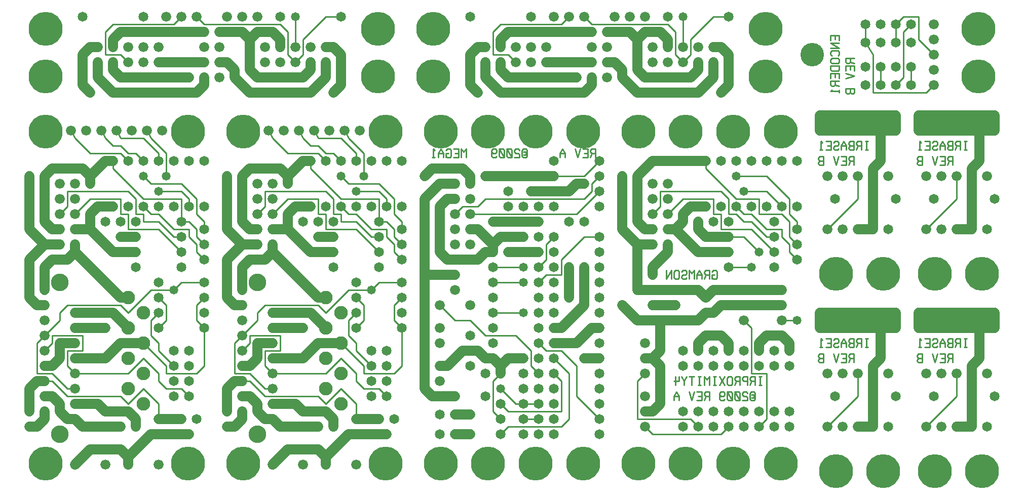
<source format=gbl>
%MOIN*%
%FSLAX25Y25*%
G04 D10 used for Character Trace; *
G04     Circle (OD=.01000) (No hole)*
G04 D11 used for Power Trace; *
G04     Circle (OD=.06500) (No hole)*
G04 D12 used for Signal Trace; *
G04     Circle (OD=.01100) (No hole)*
G04 D13 used for Via; *
G04     Circle (OD=.05800) (Round. Hole ID=.02800)*
G04 D14 used for Component hole; *
G04     Circle (OD=.06500) (Round. Hole ID=.03500)*
G04 D15 used for Component hole; *
G04     Circle (OD=.06600) (Round. Hole ID=.04200)*
G04 D16 used for Component hole; *
G04     Circle (OD=.08200) (Round. Hole ID=.05200)*
G04 D17 used for Component hole; *
G04     Circle (OD=.08950) (Round. Hole ID=.05950)*
G04 D18 used for Component hole; *
G04     Circle (OD=.11600) (Round. Hole ID=.08600)*
G04 D19 used for Component hole; *
G04     Circle (OD=.15500) (Round. Hole ID=.12500)*
G04 D20 used for Component hole; *
G04     Circle (OD=.18200) (Round. Hole ID=.15200)*
G04 D21 used for Component hole; *
G04     Circle (OD=.22350) (Round. Hole ID=.19350)*
%ADD10C,.01000*%
%ADD11C,.06500*%
%ADD12C,.01100*%
%ADD13C,.05800*%
%ADD14C,.06500*%
%ADD15C,.06600*%
%ADD16C,.08200*%
%ADD17C,.08950*%
%ADD18C,.11600*%
%ADD19C,.15500*%
%ADD20C,.18200*%
%ADD21C,.22350*%
%IPPOS*%
%LPD*%
G90*X0Y0D02*D21*X15625Y20625D03*D15*              
X35000Y20000D03*D11*X45000Y30000D01*X65000D01*    
X70000Y25000D01*Y20000D01*D15*D03*D11*Y25000D02*  
X85000Y40000D01*X90000D01*D14*D03*D11*X110000D01* 
D14*D03*X115000Y50000D03*X105000D03*D11*X90000D01*
D14*D03*D12*Y60000D01*X80000Y70000D01*            
X70000Y60000D01*X65000Y65000D01*X30000D01*        
X20000Y75000D01*X15000D01*D15*D03*D11*X10000D01*  
X5000Y70000D01*Y55000D01*D14*D03*D15*             
X15000Y65000D03*D11*X20000D01*X25000Y60000D01*    
Y55000D01*X30000Y50000D01*X35000D01*              
X40000Y45000D01*X65000D01*D15*D03*D11*            
X55000Y55000D02*X70000D01*X75000Y50000D01*        
Y45000D01*D15*D03*D17*X80000Y60000D03*D11*        
X55000Y55000D02*X50000Y60000D01*X35000D01*D15*D03*
Y70000D03*D12*X30000D01*X20000Y80000D01*X10000D01*
Y100000D01*X15000Y105000D01*D15*D03*D12*          
X25000Y115000D01*Y120000D01*X30000Y125000D01*     
X65000D01*X70000Y120000D01*X85000Y135000D01*      
X100000D01*D13*D03*D12*X105000Y140000D01*         
X120000D01*D14*D03*Y130000D03*D12*                
X115000Y125000D01*Y115000D01*X120000Y110000D01*   
D14*D03*D12*Y85000D01*X115000Y80000D01*X95000D01* 
Y85000D01*X80000Y100000D01*D17*D03*D11*X65000D01* 
X55000Y90000D01*X35000D01*D15*D03*D12*            
X30000Y95000D02*X40000D01*X30000Y85000D02*        
Y95000D01*X35000Y80000D02*X30000Y85000D01*D15*    
X35000Y80000D03*D12*X70000D01*X80000Y90000D01*    
X90000Y80000D01*Y75000D01*X95000Y70000D01*        
X105000D01*X110000Y65000D01*D14*D03*              
X100000Y75000D03*X110000D03*X100000Y65000D03*     
X110000Y85000D03*X100000D03*D12*X90000Y95000D01*  
Y100000D01*X85000Y105000D01*Y115000D01*           
X90000Y120000D01*D14*D03*D12*Y110000D02*          
X95000Y115000D01*D14*X90000Y110000D03*D12*        
X95000Y115000D02*Y125000D01*X90000Y130000D01*D14* 
D03*D17*X80000Y120000D03*D14*X90000Y140000D03*D17*
X70000Y110000D03*D11*X60000Y120000D01*X35000D01*  
D15*D03*Y110000D03*D11*X55000D01*D13*D03*D12*     
X40000Y95000D02*Y105000D01*X20000D01*Y100000D01*  
X15000Y95000D01*D15*D03*D11*X20000Y85000D02*      
X25000Y90000D01*X15000Y85000D02*X20000D01*D15*    
X15000D03*D11*X25000Y90000D02*Y100000D01*         
X35000D01*D15*D03*X15000Y115000D03*D11*           
X10000Y125000D02*X15000D01*D15*D03*D11*X10000D02* 
X5000Y130000D01*Y135000D01*D14*D03*D11*Y155000D01*
X15000Y165000D01*X25000D01*D15*D03*               
X35000Y175000D03*D11*X45000D01*X60000Y160000D01*  
X65000D01*D14*D03*D11*X75000D01*D14*D03*          
X65000Y170000D03*D11*X75000D01*D14*D03*D12*       
X70000Y175000D02*X90000D01*X105000Y160000D01*D14* 
D03*D12*X120000Y165000D02*X115000Y170000D01*D14*  
X120000Y165000D03*D12*X115000Y170000D02*          
Y175000D01*X110000Y180000D01*X105000D01*D14*D03*  
D12*Y195000D01*X80000D01*X60000Y215000D01*        
Y220000D01*D14*D03*D11*X55000D01*X45000Y210000D01*
Y205000D01*D13*D03*D11*Y210000D02*                
X40000Y215000D01*X20000D01*X15000Y210000D01*      
Y180000D01*X20000Y175000D01*X25000D01*D15*D03*    
X35000Y165000D03*D11*Y160000D01*X65000Y130000D01* 
X70000D01*D17*D03*D14*X75000Y150000D03*D11*       
X30000Y155000D02*X35000Y160000D01*                
X20000Y155000D02*X30000D01*X15000Y150000D02*      
X20000Y155000D01*X15000Y135000D02*Y150000D01*D14* 
Y135000D03*D18*X25000Y140000D03*D11*              
X15000Y165000D02*X5000Y175000D01*Y210000D01*D13*  
D03*D15*X25000Y195000D03*Y205000D03*D12*          
Y185000D02*X30000Y190000D01*D15*X25000Y185000D03* 
D12*X30000Y190000D02*Y200000D01*X70000D01*        
X75000Y195000D01*Y185000D01*X80000D01*Y180000D01* 
X90000D01*X100000Y170000D01*X105000D01*D14*D03*   
D12*X110000D02*Y175000D01*X115000Y165000D02*      
X110000Y170000D01*X115000Y160000D02*Y165000D01*   
X120000Y155000D02*X115000Y160000D01*D14*          
X120000Y155000D03*X105000Y150000D03*D12*          
X100000Y175000D02*X110000D01*X120000Y180000D02*   
X115000Y185000D01*X120000Y175000D02*Y180000D01*   
D14*Y175000D03*D12*X115000Y185000D02*Y195000D01*  
X105000Y205000D01*X85000D01*X80000Y210000D01*D13* 
D03*X90000Y200000D03*D12*X105000D01*              
X110000Y195000D01*Y190000D01*D14*D03*X120000D03*  
X100000D03*D12*Y175000D02*X90000Y185000D01*       
X85000D01*X80000Y190000D01*D14*D03*               
X75000Y180000D03*X90000Y190000D03*X70000D03*D12*  
Y175000D02*Y185000D01*D14*X65000Y180000D03*D12*   
Y185000D02*X70000D01*X65000D02*Y195000D01*        
X45000D01*X35000Y185000D01*D15*D03*D11*           
X45000Y175000D02*Y185000D01*X50000Y190000D01*     
X60000D01*D14*D03*X55000Y180000D03*D15*           
X35000Y205000D03*Y195000D03*D14*X90000Y220000D03* 
D12*Y225000D01*X80000Y235000D01*X65000D01*        
X62500Y240000D01*D15*D03*D12*X60000Y230000D02*    
X65000D01*X70000Y225000D01*X75000D01*             
X80000Y220000D01*D14*D03*X70000D03*D12*           
X65000Y225000D01*X45000D01*X35000Y235000D01*      
X32500Y240000D01*D15*D03*X42500D03*D12*           
X60000Y230000D02*X55000Y235000D01*                
X52500Y240000D01*D15*D03*X72500D03*D12*           
X95000Y225000D02*X85000Y235000D01*                
X95000Y210000D02*Y225000D01*D13*Y210000D03*D14*   
X100000Y220000D03*X110000D03*X120000D03*D12*      
X85000Y235000D02*X82500Y240000D01*D15*D03*        
X92500D03*D21*X109375Y239375D03*X15625D03*D14*    
X120000Y120000D03*X100000Y95000D03*X110000D03*D17*
X70000Y90000D03*X80000Y80000D03*X70000Y70000D03*  
D15*X15000Y55000D03*D11*Y50000D01*X10000Y45000D01*
X5000D01*D14*D03*D18*X25000Y40000D03*D15*         
X55000Y20000D03*X90000D03*D21*X109375Y20625D03*   
G90*X0Y0D02*D14*X135000Y135000D03*D11*Y130000D01* 
X140000Y125000D01*X145000D01*D15*D03*D12*         
Y105000D02*X155000Y115000D01*D15*                 
X145000Y105000D03*D12*X140000Y100000D01*Y80000D01*
X150000D01*X160000Y70000D01*X165000D01*D15*D03*   
D12*X160000Y65000D02*X195000D01*X200000Y60000D01* 
X210000Y70000D01*X220000Y60000D01*Y50000D01*D14*  
D03*D11*X235000D01*D14*D03*X245000D03*            
X240000Y40000D03*D11*X220000D01*D14*D03*D11*      
X215000D01*X200000Y25000D01*Y20000D01*D15*D03*D11*
Y25000D02*X195000Y30000D01*X175000D01*            
X165000Y20000D01*D15*D03*X185000D03*D21*          
X145625Y20625D03*D18*X155000Y40000D03*D11*        
X135000Y45000D02*X140000D01*D14*X135000D03*D11*   
X140000D02*X145000Y50000D01*Y55000D01*D15*D03*D11*
X155000Y60000D02*X150000Y65000D01*                
X155000Y55000D02*Y60000D01*X160000Y50000D02*      
X155000Y55000D01*X160000Y50000D02*X165000D01*     
X170000Y45000D01*X195000D01*D15*D03*D11*          
X185000Y55000D02*X200000D01*X205000Y50000D01*     
Y45000D01*D15*D03*D17*X210000Y60000D03*D11*       
X185000Y55000D02*X180000Y60000D01*X165000D01*D15* 
D03*D12*X160000Y65000D02*X150000Y75000D01*        
X145000D01*D15*D03*D11*X140000D01*                
X135000Y70000D01*Y55000D01*D14*D03*D15*           
X145000Y65000D03*D11*X150000D01*D15*              
X165000Y80000D03*D12*X200000D01*X210000Y90000D01* 
X220000Y80000D01*Y75000D01*X225000Y70000D01*      
X235000D01*X240000Y65000D01*D14*D03*              
X230000Y75000D03*X240000D03*X230000Y65000D03*D12* 
X225000Y80000D02*X245000D01*X250000Y85000D01*     
Y110000D01*D14*D03*D12*X245000Y115000D01*         
Y125000D01*X250000Y130000D01*D14*D03*Y140000D03*  
D12*X235000D01*X230000Y135000D01*D13*D03*D12*     
X215000D01*X200000Y120000D01*X195000Y125000D01*   
X160000D01*X155000Y120000D01*Y115000D01*D15*      
X165000Y110000D03*D11*X185000D01*D13*D03*D11*     
Y90000D02*X195000Y100000D01*X165000Y90000D02*     
X185000D01*D15*X165000D03*D12*X160000Y95000D02*   
X170000D01*X160000Y85000D02*Y95000D01*            
X165000Y80000D02*X160000Y85000D01*D11*X150000D02* 
X155000Y90000D01*X145000Y85000D02*X150000D01*D15* 
X145000D03*Y95000D03*D12*X150000Y100000D01*       
Y105000D01*X170000D01*Y95000D01*D15*              
X165000Y100000D03*D11*X155000D01*Y90000D01*D15*   
X145000Y115000D03*X165000Y120000D03*D11*          
X190000D01*X200000Y110000D01*D17*D03*             
X210000Y100000D03*D12*X225000Y85000D01*Y80000D01* 
D14*X230000Y85000D03*D12*X220000Y95000D01*        
Y100000D01*X215000Y105000D01*Y115000D01*          
X220000Y120000D01*D14*D03*D12*Y110000D02*         
X225000Y115000D01*D14*X220000Y110000D03*D12*      
X225000Y115000D02*Y125000D01*X220000Y130000D01*   
D14*D03*D17*X210000Y120000D03*D14*                
X220000Y140000D03*X235000Y150000D03*D17*          
X200000Y130000D03*D11*X195000D01*                 
X165000Y160000D01*X160000Y155000D01*X150000D01*   
X145000Y150000D01*Y135000D01*D14*D03*D11*         
X135000D02*Y155000D01*X145000Y165000D01*          
X155000D01*D15*D03*X165000Y175000D03*D11*         
X175000D01*X190000Y160000D01*X195000D01*D14*D03*  
D11*X205000D01*D14*D03*X195000Y170000D03*D11*     
X205000D01*D14*D03*D12*X200000Y175000D02*         
X220000D01*X235000Y160000D01*D14*D03*D12*         
X250000Y165000D02*X245000Y170000D01*D14*          
X250000Y165000D03*D12*X245000Y170000D02*          
Y175000D01*X240000Y180000D01*X235000D01*D14*D03*  
D12*Y195000D01*X210000D01*X190000Y215000D01*      
Y220000D01*D14*D03*D11*X185000D01*                
X175000Y210000D01*Y205000D01*D13*D03*D11*         
Y210000D02*X170000Y215000D01*X150000D01*          
X145000Y210000D01*Y180000D01*X150000Y175000D01*   
X155000D01*D15*D03*X165000Y165000D03*D11*         
Y160000D01*X175000Y175000D02*Y185000D01*          
X180000Y190000D01*X190000D01*D14*D03*D12*         
X195000Y185000D02*X200000D01*Y175000D01*D14*      
X205000Y180000D03*X195000D03*D12*X210000D02*      
Y185000D01*Y180000D02*X220000D01*                 
X230000Y170000D01*X235000D01*D14*D03*D12*         
X240000D02*Y175000D01*X245000Y165000D02*          
X240000Y170000D01*X245000Y160000D02*Y165000D01*   
X250000Y155000D02*X245000Y160000D01*D14*          
X250000Y155000D03*D12*X230000Y175000D02*          
X240000D01*X250000Y180000D02*X245000Y185000D01*   
X250000Y175000D02*Y180000D01*D14*Y175000D03*D12*  
X245000Y185000D02*Y195000D01*X235000Y205000D01*   
X215000D01*X210000Y210000D01*D13*D03*             
X220000Y200000D03*D12*X235000D01*                 
X240000Y195000D01*Y190000D01*D14*D03*X250000D03*  
X230000D03*D12*Y175000D02*X220000Y185000D01*      
X215000D01*X210000Y190000D01*D14*D03*D12*         
X205000Y185000D02*Y195000D01*Y185000D02*          
X210000D01*D14*X200000Y190000D03*X220000D03*D12*  
X205000Y195000D02*X200000Y200000D01*X160000D01*   
Y190000D01*X155000Y185000D01*D15*D03*             
X165000Y195000D03*Y185000D03*D12*                 
X175000Y195000D01*X195000D01*Y185000D01*D14*      
X185000Y180000D03*D15*X165000Y205000D03*D13*      
X225000Y210000D03*D12*Y225000D01*                 
X215000Y235000D01*X212500Y240000D01*D15*D03*D12*  
X220000Y225000D02*X210000Y235000D01*              
X220000Y220000D02*Y225000D01*D14*Y220000D03*      
X230000D03*X210000D03*D12*X205000Y225000D01*      
X200000D01*X195000Y230000D01*X190000D01*          
X185000Y235000D01*X182500Y240000D01*D15*D03*D12*  
X195000Y235000D02*X210000D01*D15*                 
X202500Y240000D03*D14*X200000Y220000D03*D12*      
X195000Y225000D01*X175000D01*X165000Y235000D01*   
X162500Y240000D01*D15*D03*X172500D03*D21*         
X145625Y239375D03*D13*X135000Y210000D03*D11*      
Y175000D01*X145000Y165000D01*D18*                 
X155000Y140000D03*D15*Y195000D03*Y205000D03*D14*  
X205000Y150000D03*D11*X195000Y100000D02*          
X210000D01*D17*X200000Y90000D03*X210000Y80000D03* 
X200000Y70000D03*D14*X230000Y95000D03*            
X240000Y85000D03*Y95000D03*X250000Y120000D03*D15* 
X220000Y20000D03*D21*X239375Y20625D03*D14*        
X250000Y220000D03*X240000D03*D12*                 
X195000Y235000D02*X192500Y240000D01*D15*D03*      
X222500D03*D21*X239375Y239375D03*G90*X0Y0D02*D11* 
X270000Y65000D02*X265000Y70000D01*                
X270000Y65000D02*X285000D01*D14*D03*D15*          
X275000Y75000D03*D14*Y53000D03*X285000D03*D11*    
X295000D01*D14*D03*X285000Y40000D03*D11*          
X295000D01*D14*D03*D12*X315000Y50000D02*          
X310000Y55000D01*D14*X315000Y50000D03*D12*        
Y40000D02*X320000Y45000D01*D14*X315000Y40000D03*  
D12*X320000Y45000D02*X355000D01*X360000Y50000D01* 
Y80000D01*X350000Y90000D01*D14*D03*D12*           
X365000Y85000D02*X355000Y95000D01*                
X365000Y65000D02*Y85000D01*X380000Y50000D02*      
X365000Y65000D01*D14*X380000Y50000D03*Y60000D03*  
Y40000D03*Y70000D03*D12*X355000Y55000D02*         
Y75000D01*X320000Y55000D02*X355000D01*X320000D02* 
X315000Y60000D01*D14*D03*D12*X310000Y55000D02*    
Y75000D01*X315000Y80000D01*D14*D03*D11*Y85000D01* 
X320000Y90000D01*X330000D01*D14*D03*D12*          
X340000Y80000D02*X335000Y85000D01*D14*            
X340000Y80000D03*D12*X335000Y85000D02*Y95000D01*  
X325000Y105000D01*X305000D01*X295000Y115000D01*   
X285000D01*X275000Y125000D01*D15*D03*             
X285000Y135000D03*X275000Y110000D03*D14*          
X295000Y105000D03*D13*X285000Y145000D03*D11*      
X265000D01*Y70000D01*X275000Y85000D02*X280000D01* 
D15*X275000D03*D11*X280000D02*X290000Y95000D01*   
X300000D01*X305000Y90000D01*X310000D01*           
X315000Y85000D01*D14*X305000Y80000D03*            
X330000Y70000D03*Y80000D03*D13*X315000Y70000D03*  
D12*X325000Y60000D01*X330000D01*D14*D03*D12*      
X340000D01*D14*D03*X350000Y50000D03*Y70000D03*    
X330000Y50000D03*D12*X340000D01*D14*D03*          
X350000Y40000D03*Y60000D03*X330000Y40000D03*      
X340000D03*Y70000D03*D12*X355000Y75000D02*        
X350000Y80000D01*D14*D03*X340000Y90000D03*D12*    
X345000Y95000D02*X355000D01*X345000D02*           
X340000Y100000D01*D14*D03*X350000Y110000D03*D11*  
X355000D01*X370000Y125000D01*D13*D03*D11*         
Y150000D01*D13*D03*D14*X380000Y140000D03*         
Y160000D03*Y150000D03*D13*X360000D03*D11*         
Y130000D01*D13*D03*D14*X350000Y140000D03*         
Y120000D03*Y130000D03*D12*X340000Y140000D02*      
X345000Y145000D01*D14*X340000Y140000D03*D12*      
X345000Y145000D02*X355000D01*Y155000D01*          
X370000Y170000D01*X380000D01*D14*D03*             
X370000Y180000D03*D12*X295000Y185000D02*          
X365000D01*D15*X295000D03*D12*X290000Y190000D02*  
X300000D01*X285000Y185000D02*X290000Y190000D01*   
D15*X285000Y185000D03*X295000Y175000D03*D11*      
X300000D01*X310000Y165000D01*Y160000D01*D14*D03*  
D11*X305000D01*X300000Y155000D01*X280000D01*D13*  
D03*D11*X275000Y160000D01*Y190000D01*             
X280000Y195000D01*X285000D01*D15*D03*             
X295000Y205000D03*D11*Y210000D01*                 
X290000Y215000D01*X270000D01*X265000Y210000D01*   
D13*D03*D11*Y195000D02*X275000Y205000D01*         
X265000Y145000D02*Y195000D01*D15*                 
X285000Y165000D03*X295000Y125000D03*              
X285000Y175000D03*X295000Y165000D03*D14*          
X310000Y100000D03*Y110000D03*D12*                 
X300000Y190000D02*X305000Y195000D01*X370000D01*   
X375000Y200000D01*Y205000D01*X380000Y210000D01*   
D14*D03*Y220000D03*D12*X370000Y210000D01*         
X350000D01*D14*D03*D11*X335000D01*D14*D03*D11*    
X320000D01*D14*D03*D11*X305000D01*D13*D03*D14*    
X320000Y200000D03*D15*X295000Y195000D03*D10*      
X330000Y225957D02*X331674D01*Y224043D01*          
X330000D01*X331674Y222129D02*X330000D01*          
X329163Y223086D01*Y226914D01*X330000Y227871D01*   
X331674D01*X332511Y226914D01*Y223086D01*          
X331674Y222129D01*X327511Y226914D02*              
X326674Y227871D01*X325000D01*X324163Y226914D01*   
Y225957D01*X325000Y225000D01*X326674D01*          
X327511Y224043D01*Y222129D01*X324163D01*          
X319163Y223086D02*X320000Y222129D01*X321674D01*   
X322511Y223086D01*Y226914D01*X321674Y227871D01*   
X320000D01*X319163Y226914D01*Y223086D01*          
X322511Y222129D02*X319163Y227871D01*              
X314163Y223086D02*X315000Y222129D01*X316674D01*   
X317511Y223086D01*Y226914D01*X316674Y227871D01*   
X315000D01*X314163Y226914D01*Y223086D01*          
X317511Y222129D02*X314163Y227871D01*              
X309163Y225957D02*X310000Y225000D01*X311674D01*   
X312511Y225957D01*Y226914D01*X311674Y227871D01*   
X310000D01*X309163Y226914D01*Y223086D01*          
X310000Y222129D01*X311674D01*X312511Y223086D01*   
D15*X285000Y205000D03*D11*X275000D01*D10*         
X292511Y222129D02*Y227871D01*X290837Y225957D01*   
X289163Y227871D01*Y222129D01*X284163D02*          
X287511D01*Y227871D01*X284163D01*                 
X287511Y225000D02*X285000D01*X279163Y223086D02*   
X280000Y222129D01*X281674D01*X282511Y223086D01*   
Y226914D01*X281674Y227871D01*X280000D01*          
X279163Y226914D01*X280837Y225000D02*X279163D01*   
Y222129D01*X277511D02*Y225000D01*                 
X275837Y227871D01*X274163Y225000D01*Y222129D01*   
X277511Y225000D02*X274163D01*X271674Y226914D02*   
X270837Y227871D01*Y222129D01*X271674D02*          
X270000D01*D21*X306875Y239375D03*D13*             
X310000Y180000D03*D11*X340000D01*D14*D03*         
X350000Y170000D03*D12*X345000Y165000D01*          
Y155000D01*X340000Y150000D01*D14*D03*             
X350000Y160000D03*D13*X330000Y140000D03*D12*      
X310000D01*D14*D03*Y150000D03*D12*X330000D01*D13* 
D03*D14*X340000Y160000D03*D11*X320000D01*D13*D03* 
X330000Y170000D03*D11*X315000D01*                 
X310000Y165000D01*D14*X330000Y190000D03*          
X320000D03*X340000Y170000D03*Y190000D03*          
X335000Y200000D03*D11*X350000D01*D14*D03*D11*     
X360000D01*X365000Y205000D01*X370000D01*D13*D03*  
D14*X380000Y200000D03*D12*X365000Y185000D01*D14*  
X360000Y180000D03*X350000Y190000D03*X380000D03*   
X350000Y150000D03*Y220000D03*D10*                 
X377511Y222129D02*Y227871D01*X375000D01*          
X374163Y226914D01*Y225957D01*X375000Y225000D01*   
X377511D01*X375000D02*X374163Y222129D01*          
X369163D02*X372511D01*Y227871D01*X369163D01*      
X372511Y225000D02*X370000D01*X367511Y227871D02*   
X365837Y222129D01*X364163Y227871D01*              
X357511Y222129D02*Y225000D01*X355837Y227871D01*   
X354163Y225000D01*Y222129D01*X357511Y225000D02*   
X354163D01*D14*X310000Y130000D03*X340000D03*D21*  
X369375Y239375D03*D14*X380000Y130000D03*D21*      
X338125Y239375D03*D14*X310000Y120000D03*D12*      
X330000D01*D13*D03*D14*X340000Y110000D03*         
Y120000D03*X350000Y100000D03*D11*X360000D01*D13*  
D03*D11*X365000D01*X375000Y110000D01*X380000D01*  
D14*D03*Y120000D03*Y100000D03*D13*                
X370000Y90000D03*D11*X380000D01*D14*D03*Y80000D03*
D21*X338125Y20625D03*X369375D03*D14*              
X305000Y65000D03*D21*X306875Y20625D03*D14*        
X295000Y85000D03*D15*X275000Y100000D03*D14*       
Y40000D03*D21*X275625Y20625D03*Y239375D03*G90*    
X0Y0D02*D15*X395000Y125000D03*D11*                
X405000Y115000D01*X420000D01*Y95000D01*           
X415000Y90000D01*X420000Y85000D01*Y60000D01*      
X415000Y55000D01*X410000D01*D15*D03*D12*          
X405000Y50000D02*X440000D01*X445000Y45000D01*D14* 
D03*X455000Y55000D03*X435000D03*X455000Y45000D03* 
X445000Y55000D03*X435000Y45000D03*D12*            
X415000Y40000D02*X460000D01*X415000D02*           
X410000Y45000D01*D15*D03*D12*X405000Y50000D02*    
Y75000D01*X410000Y80000D01*D15*D03*D11*Y90000D02* 
X415000D01*D15*X410000D03*Y100000D03*D10*         
X485837Y72129D02*Y77871D01*X486674Y72129D02*      
X485000D01*X486674Y77871D02*X485000D01*           
X482511Y72129D02*Y77871D01*X480000D01*            
X479163Y76914D01*Y75957D01*X480000Y75000D01*      
X482511D01*X480000D02*X479163Y72129D01*X477511D02*
Y77871D01*X475000D01*X474163Y76914D01*Y75957D01*  
X475000Y75000D01*X477511D01*X472511Y72129D02*     
Y77871D01*X470000D01*X469163Y76914D01*Y75957D01*  
X470000Y75000D01*X472511D01*X470000D02*           
X469163Y72129D01*X464163Y73086D02*                
X465000Y72129D01*X466674D01*X467511Y73086D01*     
Y76914D01*X466674Y77871D01*X465000D01*            
X464163Y76914D01*Y73086D01*X462511Y77871D02*      
X459163Y72129D01*X462511D02*X459163Y77871D01*     
X455837Y72129D02*Y77871D01*X456674Y72129D02*      
X455000D01*X456674Y77871D02*X455000D01*           
X452511Y72129D02*Y77871D01*X450837Y75957D01*      
X449163Y77871D01*Y72129D01*X445837D02*Y77871D01*  
X446674Y72129D02*X445000D01*X446674Y77871D02*     
X445000D01*X440837Y72129D02*Y77871D01*X442511D02* 
X439163D01*X437511D02*X435837Y75000D01*           
X434163Y77871D01*X435837Y75000D02*Y72129D01*      
X430000Y77871D02*Y72129D01*X432511Y77871D02*      
Y75000D01*X429163D01*D11*X420000Y115000D02*       
X445000D01*X450000Y120000D01*D15*D03*D11*         
X455000D01*X460000Y125000D01*X475000D01*D15*D03*  
D11*X500000D01*D15*D03*D13*X510000Y115000D03*D12* 
X500000D01*D15*D03*D11*X485000Y100000D02*         
X490000Y105000D01*X485000Y95000D02*Y100000D01*D14*
Y95000D03*X495000Y85000D03*X475000D03*D11*        
X490000Y105000D02*X500000D01*X505000Y100000D01*   
Y95000D01*D14*D03*X495000D03*X505000Y85000D03*D12*
X490000Y50000D02*Y80000D01*X485000Y45000D02*      
X490000Y50000D01*D14*X485000Y45000D03*            
X495000Y55000D03*X475000D03*X495000Y45000D03*     
X485000Y55000D03*X475000Y45000D03*                
X465000Y55000D03*X505000Y45000D03*X465000D03*D12* 
X460000Y40000D01*D21*X468125Y20625D03*X436875D03* 
D10*X480000Y65957D02*X481674D01*Y64043D01*        
X480000D01*X481674Y62129D02*X480000D01*           
X479163Y63086D01*Y66914D01*X480000Y67871D01*      
X481674D01*X482511Y66914D01*Y63086D01*            
X481674Y62129D01*X477511Y66914D02*                
X476674Y67871D01*X475000D01*X474163Y66914D01*     
Y65957D01*X475000Y65000D01*X476674D01*            
X477511Y64043D01*Y62129D01*X474163D01*            
X469163Y63086D02*X470000Y62129D01*X471674D01*     
X472511Y63086D01*Y66914D01*X471674Y67871D01*      
X470000D01*X469163Y66914D01*Y63086D01*            
X472511Y62129D02*X469163Y67871D01*                
X464163Y63086D02*X465000Y62129D01*X466674D01*     
X467511Y63086D01*Y66914D01*X466674Y67871D01*      
X465000D01*X464163Y66914D01*Y63086D01*            
X467511Y62129D02*X464163Y67871D01*                
X459163Y65957D02*X460000Y65000D01*X461674D01*     
X462511Y65957D01*Y66914D01*X461674Y67871D01*      
X460000D01*X459163Y66914D01*Y63086D01*            
X460000Y62129D01*X461674D01*X462511Y63086D01*     
X452511Y62129D02*Y67871D01*X450000D01*            
X449163Y66914D01*Y65957D01*X450000Y65000D01*      
X452511D01*X450000D02*X449163Y62129D01*X444163D02*
X447511D01*Y67871D01*X444163D01*X447511Y65000D02* 
X445000D01*X442511Y67871D02*X440837Y62129D01*     
X439163Y67871D01*X432511Y62129D02*Y65000D01*      
X430837Y67871D01*X429163Y65000D01*Y62129D01*      
X432511Y65000D02*X429163D01*D12*X480000Y80000D02* 
X490000D01*X480000D02*Y110000D01*                 
X475000Y115000D01*D15*D03*D11*X465000Y95000D02*   
Y100000D01*D14*Y95000D03*D11*Y100000D02*          
X460000Y105000D01*X450000D01*X445000Y100000D01*   
Y95000D01*D14*D03*X455000Y85000D03*X435000D03*    
X455000Y95000D03*X435000D03*X445000Y85000D03*     
X465000D03*D15*X415000Y125000D03*D11*X430000D01*  
D14*D03*Y135000D03*D11*X405000D01*D15*D03*D11*    
Y165000D01*X415000D01*D15*D03*X425000Y175000D03*  
D11*X430000D01*X445000Y160000D01*X455000D01*D14*  
D03*D11*X465000D01*D14*D03*D12*X485000D02*        
X475000Y170000D01*D13*X485000Y160000D03*D14*      
X495000Y150000D03*Y170000D03*D12*X490000D01*      
X480000Y180000D01*X475000D01*X470000Y185000D01*   
X465000D01*Y195000D01*X460000Y200000D01*          
X420000D01*Y190000D01*X415000Y185000D01*D15*D03*  
X425000Y195000D03*D11*X410000Y175000D02*          
X415000D01*D15*D03*D11*X410000D02*                
X405000Y180000D01*Y210000D01*X415000Y220000D01*   
X450000D01*D14*D03*D12*Y215000D01*                
X470000Y195000D01*X485000D01*Y185000D01*          
X500000D01*X505000Y180000D01*Y170000D01*          
X510000Y165000D01*D14*D03*D12*Y155000D02*         
X505000Y160000D01*D14*X510000Y155000D03*D12*      
X505000Y160000D02*Y165000D01*X500000Y170000D01*   
Y175000D01*X490000D01*X480000Y185000D01*          
X475000D01*X470000Y190000D01*D14*D03*D13*         
X475000Y200000D03*D12*X490000D01*                 
X500000Y190000D01*D14*D03*D12*X510000Y180000D02*  
X505000Y185000D01*X510000Y175000D02*Y180000D01*   
D14*Y175000D03*D12*X505000Y185000D02*Y195000D01*  
X490000Y210000D01*X470000D01*D13*D03*D14*         
X480000Y220000D03*X460000D03*X470000D03*D12*      
X455000Y185000D02*Y195000D01*Y185000D02*          
X460000D01*Y175000D01*X480000D01*                 
X495000Y160000D01*D14*D03*D13*X480000Y150000D03*  
D12*X465000D01*D14*D03*D11*X450000Y130000D02*     
X455000Y135000D01*D15*X450000Y130000D03*D11*      
X445000Y135000D01*X430000D01*D10*                 
X454163Y143086D02*X455000Y142129D01*X456674D01*   
X457511Y143086D01*Y146914D01*X456674Y147871D01*   
X455000D01*X454163Y146914D01*X455837Y145000D02*   
X454163D01*Y142129D01*X452511D02*Y147871D01*      
X450000D01*X449163Y146914D01*Y145957D01*          
X450000Y145000D01*X452511D01*X450000D02*          
X449163Y142129D01*X447511D02*Y145000D01*          
X445837Y147871D01*X444163Y145000D01*Y142129D01*   
X447511Y145000D02*X444163D01*X442511Y142129D02*   
Y147871D01*X440837Y145957D01*X439163Y147871D01*   
Y142129D01*X434163Y146914D02*X435000Y147871D01*   
X436674D01*X437511Y146914D01*Y145957D01*          
X436674Y145000D01*X435000D01*X434163Y144043D01*   
Y143086D01*X435000Y142129D01*X436674D01*          
X437511Y143086D01*X429163D02*X430000Y142129D01*   
X431674D01*X432511Y143086D01*Y146914D01*          
X431674Y147871D01*X430000D01*X429163Y146914D01*   
Y143086D01*X427511Y142129D02*Y147871D01*          
X424163Y142129D01*Y147871D01*D11*                 
X415000Y145000D02*Y150000D01*D13*Y145000D03*D11*  
Y150000D02*X425000Y160000D01*Y165000D01*D15*D03*  
D11*X430000Y175000D02*X435000Y180000D01*          
Y185000D01*X440000Y190000D01*X450000D01*D14*D03*  
D12*X435000Y195000D02*X455000D01*                 
X425000Y185000D02*X435000Y195000D01*D15*          
X425000Y185000D03*X415000Y195000D03*D11*          
X405000Y165000D02*X395000Y175000D01*Y210000D01*   
D13*D03*D15*X415000Y205000D03*D21*                
X405625Y239375D03*D15*X425000Y205000D03*D21*      
X436875Y239375D03*D11*X450000Y170000D02*          
X445000Y175000D01*X450000Y170000D02*X455000D01*   
D14*D03*D11*X465000D01*D14*D03*D12*X475000D01*D14*
X465000Y180000D03*X490000Y190000D03*              
X455000Y180000D03*X480000Y190000D03*              
X495000Y180000D03*X460000Y190000D03*              
X445000Y180000D03*D11*Y175000D01*                 
X455000Y135000D02*X475000D01*D15*D03*D11*         
X500000D01*D15*D03*D14*X475000Y95000D03*          
X485000Y85000D03*X510000Y190000D03*               
X505000Y55000D03*X510000Y220000D03*X500000D03*    
X490000D03*D15*X410000Y65000D03*D21*              
X499375Y239375D03*X468125D03*X405625Y20625D03*    
X499375D03*G90*X0Y0D02*D10*X547511Y87129D02*      
Y92871D01*X545000D01*X544163Y91914D01*Y90957D01*  
X545000Y90000D01*X547511D01*X545000D02*           
X544163Y87129D01*X539163D02*X542511D01*Y92871D01* 
X539163D01*X542511Y90000D02*X540000D01*           
X537511Y92871D02*X535837Y87129D01*                
X534163Y92871D01*X527511Y87129D02*Y92871D01*      
X525000D01*X524163Y91914D01*Y90957D01*            
X525000Y90000D01*X524163Y89043D01*Y88086D01*      
X525000Y87129D01*X527511D01*Y90000D02*X525000D01* 
X555837Y97129D02*Y102871D01*X556674Y97129D02*     
X555000D01*X556674Y102871D02*X555000D01*          
X552511Y97129D02*Y102871D01*X550000D01*           
X549163Y101914D01*Y100957D01*X550000Y100000D01*   
X552511D01*X550000D02*X549163Y97129D01*X547511D02*
Y102871D01*X545000D01*X544163Y101914D01*          
Y100957D01*X545000Y100000D01*X544163Y99043D01*    
Y98086D01*X545000Y97129D01*X547511D01*Y100000D02* 
X545000D01*X542511Y97129D02*Y100000D01*           
X540837Y102871D01*X539163Y100000D01*Y97129D01*    
X542511Y100000D02*X539163D01*X534163Y101914D02*   
X535000Y102871D01*X536674D01*X537511Y101914D01*   
Y100957D01*X536674Y100000D01*X535000D01*          
X534163Y99043D01*Y98086D01*X535000Y97129D01*      
X536674D01*X537511Y98086D01*X529163Y97129D02*     
X532511D01*Y102871D01*X529163D01*                 
X532511Y100000D02*X530000D01*X526674Y101914D02*   
X525837Y102871D01*Y97129D01*X526674D02*X525000D01*
D11*Y110000D02*X565000D01*Y90000D01*              
X560000Y85000D01*Y80000D01*D15*D03*D11*Y45000D01* 
D14*D03*D11*X550000D01*D15*D03*X540000D03*D14*    
X570000D03*D12*X530000D02*X550000Y65000D01*D15*   
X530000Y45000D03*D12*X550000Y65000D02*Y80000D01*  
D15*D03*X540000D03*D14*X535000Y65000D03*D15*      
X570000Y80000D03*X530000D03*D14*X575000Y65000D03* 
D11*X565000Y110000D02*X575000D01*X565000D02*      
Y115000D01*X525000D01*Y110000D01*Y115000D02*      
Y120000D01*X565000D01*Y115000D01*X575000D01*      
Y110000D01*Y115000D02*Y120000D01*X565000D01*D21*  
X535625Y15625D03*X566875D03*G90*X0Y0D02*D10*      
X547511Y217129D02*Y222871D01*X545000D01*          
X544163Y221914D01*Y220957D01*X545000Y220000D01*   
X547511D01*X545000D02*X544163Y217129D01*          
X539163D02*X542511D01*Y222871D01*X539163D01*      
X542511Y220000D02*X540000D01*X537511Y222871D02*   
X535837Y217129D01*X534163Y222871D01*              
X527511Y217129D02*Y222871D01*X525000D01*          
X524163Y221914D01*Y220957D01*X525000Y220000D01*   
X524163Y219043D01*Y218086D01*X525000Y217129D01*   
X527511D01*Y220000D02*X525000D01*                 
X555837Y227129D02*Y232871D01*X556674Y227129D02*   
X555000D01*X556674Y232871D02*X555000D01*          
X552511Y227129D02*Y232871D01*X550000D01*          
X549163Y231914D01*Y230957D01*X550000Y230000D01*   
X552511D01*X550000D02*X549163Y227129D01*          
X547511D02*Y232871D01*X545000D01*                 
X544163Y231914D01*Y230957D01*X545000Y230000D01*   
X544163Y229043D01*Y228086D01*X545000Y227129D01*   
X547511D01*Y230000D02*X545000D01*                 
X542511Y227129D02*Y230000D01*X540837Y232871D01*   
X539163Y230000D01*Y227129D01*X542511Y230000D02*   
X539163D01*X534163Y231914D02*X535000Y232871D01*   
X536674D01*X537511Y231914D01*Y230957D01*          
X536674Y230000D01*X535000D01*X534163Y229043D01*   
Y228086D01*X535000Y227129D01*X536674D01*          
X537511Y228086D01*X529163Y227129D02*X532511D01*   
Y232871D01*X529163D01*X532511Y230000D02*          
X530000D01*X526674Y231914D02*X525837Y232871D01*   
Y227129D01*X526674D02*X525000D01*D11*Y240000D02*  
X565000D01*Y220000D01*X560000Y215000D01*          
Y210000D01*D15*D03*D11*Y175000D01*D14*D03*D11*    
X550000D01*D15*D03*X540000D03*D14*X570000D03*D12* 
X530000D02*X550000Y195000D01*D15*                 
X530000Y175000D03*D12*X550000Y195000D02*          
Y210000D01*D15*D03*X540000D03*D14*                
X535000Y195000D03*D15*X570000Y210000D03*          
X530000D03*D14*X575000Y195000D03*D11*             
X565000Y240000D02*X575000D01*X565000D02*          
Y245000D01*X525000D01*Y240000D01*Y245000D02*      
Y250000D01*X565000D01*Y245000D01*X575000D01*      
Y240000D01*Y245000D02*Y250000D01*X565000D01*D21*  
X535625Y145625D03*X566875D03*G90*X0Y0D02*D10*     
X612511Y87129D02*Y92871D01*X610000D01*            
X609163Y91914D01*Y90957D01*X610000Y90000D01*      
X612511D01*X610000D02*X609163Y87129D01*X604163D02*
X607511D01*Y92871D01*X604163D01*X607511Y90000D02* 
X605000D01*X602511Y92871D02*X600837Y87129D01*     
X599163Y92871D01*X592511Y87129D02*Y92871D01*      
X590000D01*X589163Y91914D01*Y90957D01*            
X590000Y90000D01*X589163Y89043D01*Y88086D01*      
X590000Y87129D01*X592511D01*Y90000D02*X590000D01* 
X620837Y97129D02*Y102871D01*X621674Y97129D02*     
X620000D01*X621674Y102871D02*X620000D01*          
X617511Y97129D02*Y102871D01*X615000D01*           
X614163Y101914D01*Y100957D01*X615000Y100000D01*   
X617511D01*X615000D02*X614163Y97129D01*X612511D02*
Y102871D01*X610000D01*X609163Y101914D01*          
Y100957D01*X610000Y100000D01*X609163Y99043D01*    
Y98086D01*X610000Y97129D01*X612511D01*Y100000D02* 
X610000D01*X607511Y97129D02*Y100000D01*           
X605837Y102871D01*X604163Y100000D01*Y97129D01*    
X607511Y100000D02*X604163D01*X599163Y101914D02*   
X600000Y102871D01*X601674D01*X602511Y101914D01*   
Y100957D01*X601674Y100000D01*X600000D01*          
X599163Y99043D01*Y98086D01*X600000Y97129D01*      
X601674D01*X602511Y98086D01*X594163Y97129D02*     
X597511D01*Y102871D01*X594163D01*                 
X597511Y100000D02*X595000D01*X591674Y101914D02*   
X590837Y102871D01*Y97129D01*X591674D02*X590000D01*
D11*Y110000D02*X630000D01*Y90000D01*              
X625000Y85000D01*Y80000D01*D15*D03*D11*Y45000D01* 
D14*D03*D11*X615000D01*D15*D03*X605000D03*D14*    
X635000D03*D12*X595000D02*X615000Y65000D01*D15*   
X595000Y45000D03*D12*X615000Y65000D02*Y80000D01*  
D15*D03*X605000D03*D14*X600000Y65000D03*D15*      
X635000Y80000D03*X595000D03*D14*X640000Y65000D03* 
D11*X630000Y110000D02*X640000D01*X630000D02*      
Y115000D01*X590000D01*Y110000D01*Y115000D02*      
Y120000D01*X630000D01*Y115000D01*X640000D01*      
Y110000D01*Y115000D02*Y120000D01*X630000D01*D21*  
X600625Y15625D03*X631875D03*G90*X0Y0D02*D10*      
X612511Y217129D02*Y222871D01*X610000D01*          
X609163Y221914D01*Y220957D01*X610000Y220000D01*   
X612511D01*X610000D02*X609163Y217129D01*          
X604163D02*X607511D01*Y222871D01*X604163D01*      
X607511Y220000D02*X605000D01*X602511Y222871D02*   
X600837Y217129D01*X599163Y222871D01*              
X592511Y217129D02*Y222871D01*X590000D01*          
X589163Y221914D01*Y220957D01*X590000Y220000D01*   
X589163Y219043D01*Y218086D01*X590000Y217129D01*   
X592511D01*Y220000D02*X590000D01*                 
X620837Y227129D02*Y232871D01*X621674Y227129D02*   
X620000D01*X621674Y232871D02*X620000D01*          
X617511Y227129D02*Y232871D01*X615000D01*          
X614163Y231914D01*Y230957D01*X615000Y230000D01*   
X617511D01*X615000D02*X614163Y227129D01*          
X612511D02*Y232871D01*X610000D01*                 
X609163Y231914D01*Y230957D01*X610000Y230000D01*   
X609163Y229043D01*Y228086D01*X610000Y227129D01*   
X612511D01*Y230000D02*X610000D01*                 
X607511Y227129D02*Y230000D01*X605837Y232871D01*   
X604163Y230000D01*Y227129D01*X607511Y230000D02*   
X604163D01*X599163Y231914D02*X600000Y232871D01*   
X601674D01*X602511Y231914D01*Y230957D01*          
X601674Y230000D01*X600000D01*X599163Y229043D01*   
Y228086D01*X600000Y227129D01*X601674D01*          
X602511Y228086D01*X594163Y227129D02*X597511D01*   
Y232871D01*X594163D01*X597511Y230000D02*          
X595000D01*X591674Y231914D02*X590837Y232871D01*   
Y227129D01*X591674D02*X590000D01*D11*Y240000D02*  
X630000D01*Y220000D01*X625000Y215000D01*          
Y210000D01*D15*D03*D11*Y175000D01*D14*D03*D11*    
X615000D01*D15*D03*X605000D03*D14*X635000D03*D12* 
X595000D02*X615000Y195000D01*D15*                 
X595000Y175000D03*D12*X615000Y195000D02*          
Y210000D01*D15*D03*X605000D03*D14*                
X600000Y195000D03*D15*X635000Y210000D03*          
X595000D03*D14*X640000Y195000D03*D11*             
X630000Y240000D02*X640000D01*X630000D02*          
Y245000D01*X590000D01*Y240000D01*Y245000D02*      
Y250000D01*X630000D01*Y245000D01*X640000D01*      
Y240000D01*Y245000D02*Y250000D01*X630000D01*D21*  
X600625Y145625D03*X631875D03*G90*X0Y0D02*D13*     
X205000Y265000D03*D11*X210000Y270000D01*          
Y290000D01*X205000Y295000D01*X200000D01*D15*D03*  
X190000Y285000D03*D11*Y280000D01*                 
X185000Y275000D01*X155000D01*X150000Y280000D01*   
Y300000D01*X155000Y305000D01*X165000D01*          
X170000Y300000D01*Y295000D01*D15*D03*D12*         
X180000Y285000D02*X175000Y290000D01*D15*          
X180000Y285000D03*D12*X185000Y290000D01*          
Y300000D01*X200000Y315000D01*X210000D01*D14*D03*  
D15*X190000Y295000D03*D21*X234375Y306875D03*D15*  
X200000Y285000D03*D11*Y275000D01*                 
X190000Y265000D01*X150000D01*X140000Y275000D01*   
Y280000D01*X135000Y285000D01*X130000D01*D15*D03*  
X120000Y295000D03*Y275000D03*D11*Y270000D01*      
X115000Y265000D01*X60000D01*X50000Y275000D01*     
Y285000D01*D15*D03*D12*X65000Y290000D02*X55000D01*
X70000Y285000D02*X65000Y290000D01*D15*            
X70000Y285000D03*X80000Y295000D03*X60000D03*D11*  
Y300000D01*X65000Y305000D01*X120000D01*D15*D03*   
D12*X170000Y310000D02*X120000D01*                 
X175000Y305000D02*X170000Y310000D01*              
X175000Y290000D02*Y305000D01*D15*                 
X180000Y295000D03*D12*Y315000D01*D13*D03*D14*     
X170000D03*D15*X160000Y295000D03*                 
X155000Y315000D03*X160000Y285000D03*X170000D03*   
D11*X150000Y300000D02*X145000Y305000D01*          
X130000D01*D15*D03*X135000Y315000D03*D12*         
X120000Y310000D02*X115000Y315000D01*D15*D03*      
X105000D03*D12*X100000Y310000D01*X60000D01*       
X55000Y305000D01*Y290000D01*D15*X60000Y285000D03* 
D11*Y280000D01*X65000Y275000D01*X110000D01*D13*   
D03*D15*X120000Y285000D03*D11*X90000D01*D15*D03*  
Y295000D03*X80000Y285000D03*X70000Y295000D03*     
X95000Y315000D03*D14*X80000D03*D15*               
X130000Y275000D03*X50000Y295000D03*D11*X45000D01* 
X40000Y290000D01*Y270000D01*X45000Y265000D01*D13* 
D03*D21*X15625Y275625D03*Y306875D03*D14*          
X40000Y315000D03*D15*X130000Y295000D03*           
X145000Y315000D03*D21*X234375Y275625D03*G90*      
X0Y0D02*X270625Y275625D03*D11*X300000Y265000D02*  
X295000Y270000D01*D13*X300000Y265000D03*D11*      
X295000Y270000D02*Y290000D01*X300000Y295000D01*   
X305000D01*D15*D03*D12*X320000Y290000D02*         
X310000D01*X325000Y285000D02*X320000Y290000D01*   
D15*X325000Y285000D03*X335000Y295000D03*          
X315000D03*D11*Y300000D01*X320000Y305000D01*      
X375000D01*D15*D03*D12*X425000Y310000D02*         
X375000D01*X430000Y305000D02*X425000Y310000D01*   
X430000Y290000D02*Y305000D01*X435000Y285000D02*   
X430000Y290000D01*D15*X435000Y285000D03*D12*      
X440000Y290000D01*Y300000D01*X455000Y315000D01*   
X465000D01*D14*D03*D15*X445000Y295000D03*         
X455000D03*D11*X460000D01*X465000Y290000D01*      
Y270000D01*X460000Y265000D01*D13*D03*D11*         
X455000Y275000D02*Y285000D01*D15*D03*X445000D03*  
D11*Y280000D01*X440000Y275000D01*X410000D01*      
X405000Y280000D01*Y300000D01*X410000Y305000D01*   
X420000D01*X425000Y300000D01*Y295000D01*D15*D03*  
X415000Y285000D03*X435000Y295000D03*D12*          
Y315000D01*D13*D03*D14*X425000D03*D15*            
X415000Y295000D03*X410000Y315000D03*              
X425000Y285000D03*D11*X405000Y300000D02*          
X400000Y305000D01*X385000D01*D15*D03*             
X375000Y295000D03*X390000Y315000D03*D12*          
X375000Y310000D02*X370000Y315000D01*D15*D03*      
X360000D03*D12*X355000Y310000D01*X315000D01*      
X310000Y305000D01*Y290000D01*D15*                 
X315000Y285000D03*D11*Y280000D01*                 
X320000Y275000D01*X365000D01*D13*D03*D15*         
X375000Y285000D03*D11*X345000D01*D15*D03*         
Y295000D03*X335000Y285000D03*X325000Y295000D03*   
D11*X375000Y270000D02*X370000Y265000D01*          
X375000Y270000D02*Y275000D01*D15*D03*             
X385000Y285000D03*D11*X390000D01*                 
X395000Y280000D01*Y275000D01*X405000Y265000D01*   
X445000D01*X455000Y275000D01*D21*                 
X489375Y275625D03*Y306875D03*D15*                 
X400000Y315000D03*X385000Y295000D03*Y275000D03*   
D11*X370000Y265000D02*X315000D01*                 
X305000Y275000D01*Y285000D01*D15*D03*D14*         
X335000Y315000D03*X295000D03*D21*                 
X270625Y306875D03*D15*X350000Y315000D03*G90*      
X0Y0D02*D19*X520000Y290000D03*D10*                
X533086Y266674D02*X532129Y265837D01*X537871D01*   
Y266674D02*Y265000D01*Y272511D02*X532129D01*      
Y270000D01*X533086Y269163D01*X534043D01*          
X535000Y270000D01*Y272511D01*Y270000D02*          
X537871Y269163D01*Y274163D02*Y277511D01*          
X532129D01*Y274163D01*X535000Y277511D02*          
Y275000D01*X537871Y282511D02*X532129D01*          
Y280000D01*X533086Y279163D01*X536914D01*          
X537871Y280000D01*Y282511D01*X536914Y284163D02*   
X537871Y285000D01*Y286674D01*X536914Y287511D01*   
X533086D01*X532129Y286674D01*Y285000D01*          
X533086Y284163D01*X536914D01*Y289163D02*          
X537871Y290000D01*Y291674D01*X536914Y292511D01*   
X533086D01*X532129Y291674D01*Y290000D01*          
X533086Y289163D01*X537871Y297511D02*X532129D01*   
X537871Y294163D01*X532129D01*X537871Y299163D02*   
Y302511D01*X532129D01*Y299163D01*                 
X535000Y302511D02*Y300000D01*X547871Y267511D02*   
X542129D01*Y265000D01*X543086Y264163D01*          
X544043D01*X545000Y265000D01*X545957Y264163D01*   
X546914D01*X547871Y265000D01*Y267511D01*          
X545000D02*Y265000D01*X542129Y277511D02*          
X547871Y275837D01*X542129Y274163D01*              
X547871Y279163D02*Y282511D01*X542129D01*          
Y279163D01*X545000Y282511D02*Y280000D01*          
X547871Y287511D02*X542129D01*Y285000D01*          
X543086Y284163D01*X544043D01*X545000Y285000D01*   
Y287511D01*Y285000D02*X547871Y284163D01*D14*      
X555000Y270000D03*Y282050D03*Y297950D03*D12*      
X560000Y290000D01*Y265000D01*X595000D01*          
X600000Y270000D01*D15*D03*Y280000D03*D14*         
X585000Y282050D03*D12*Y270000D01*D14*D03*D12*     
X580000Y275000D02*Y305000D01*X585000Y310000D01*   
D14*D03*D12*X590000Y300000D02*Y315000D01*         
X600000Y290000D02*X590000Y300000D01*D15*          
X600000Y290000D03*Y300000D03*D14*                 
X585000Y297950D03*D15*X600000Y310000D03*D12*      
X580000Y275000D02*X575000Y270000D01*D14*D03*      
X565000D03*D12*Y282050D01*D14*D03*                
X575000Y297950D03*D12*Y310000D01*D14*D03*D12*     
X580000Y315000D01*X590000D01*D14*                 
X565000Y310000D03*Y297950D03*X575000Y282050D03*   
X555000Y310000D03*D12*Y297950D01*D21*             
X629375Y275625D03*Y306875D03*M02*                 

</source>
